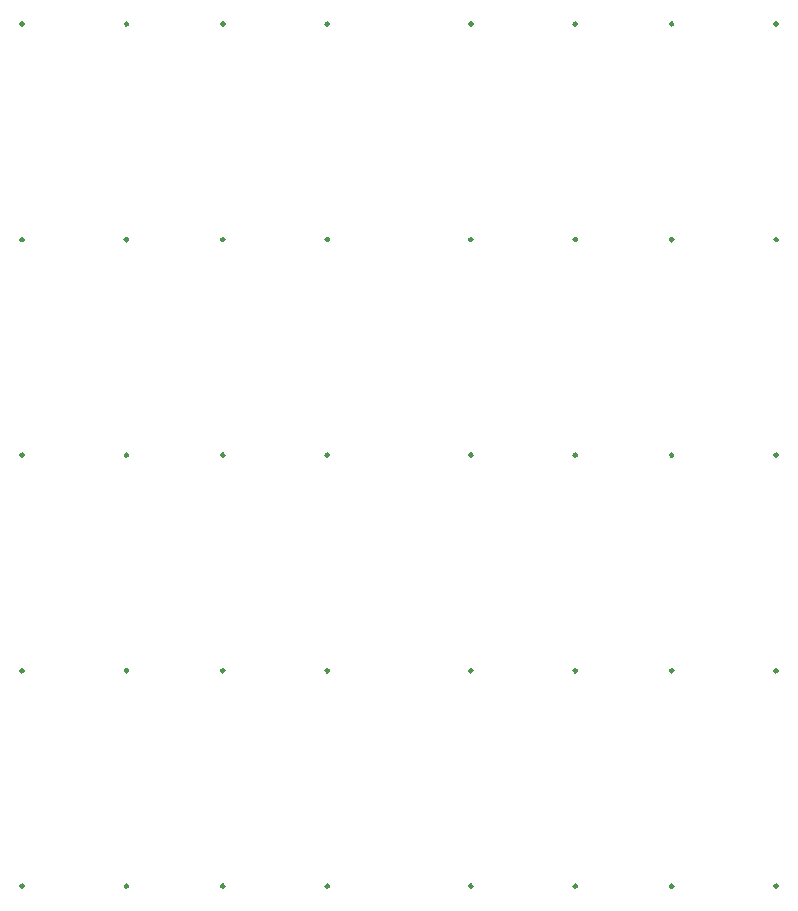
<source format=gbr>
%TF.GenerationSoftware,KiCad,Pcbnew,8.0.5-unknown-202409181836~355805756e~ubuntu22.04.1*%
%TF.CreationDate,2024-10-12T17:37:09+01:00*%
%TF.ProjectId,PANEL5x4_COM_MOD,50414e45-4c35-4783-945f-434f4d5f4d4f,1.0*%
%TF.SameCoordinates,Original*%
%TF.FileFunction,Other,Comment*%
%FSLAX46Y46*%
G04 Gerber Fmt 4.6, Leading zero omitted, Abs format (unit mm)*
G04 Created by KiCad (PCBNEW 8.0.5-unknown-202409181836~355805756e~ubuntu22.04.1) date 2024-10-12 17:37:09*
%MOMM*%
%LPD*%
G01*
G04 APERTURE LIST*
%ADD10C,0.250000*%
G04 APERTURE END LIST*
D10*
%TO.C,FPC1*%
X9210000Y-28750001D02*
G75*
G02*
X8950000Y-28750001I-130000J0D01*
G01*
X8950000Y-28750001D02*
G75*
G02*
X9210000Y-28750001I130000J0D01*
G01*
X47210000Y-10500000D02*
G75*
G02*
X46950000Y-10500000I-130000J0D01*
G01*
X46950000Y-10500000D02*
G75*
G02*
X47210000Y-10500000I130000J0D01*
G01*
X64210000Y-47000002D02*
G75*
G02*
X63950000Y-47000002I-130000J0D01*
G01*
X63950000Y-47000002D02*
G75*
G02*
X64210000Y-47000002I130000J0D01*
G01*
X64210000Y-10500000D02*
G75*
G02*
X63950000Y-10500000I-130000J0D01*
G01*
X63950000Y-10500000D02*
G75*
G02*
X64210000Y-10500000I130000J0D01*
G01*
X9210000Y-65250003D02*
G75*
G02*
X8950000Y-65250003I-130000J0D01*
G01*
X8950000Y-65250003D02*
G75*
G02*
X9210000Y-65250003I130000J0D01*
G01*
X26210000Y-28750001D02*
G75*
G02*
X25950000Y-28750001I-130000J0D01*
G01*
X25950000Y-28750001D02*
G75*
G02*
X26210000Y-28750001I130000J0D01*
G01*
X47210000Y-28750001D02*
G75*
G02*
X46950000Y-28750001I-130000J0D01*
G01*
X46950000Y-28750001D02*
G75*
G02*
X47210000Y-28750001I130000J0D01*
G01*
X9210000Y-83500004D02*
G75*
G02*
X8950000Y-83500004I-130000J0D01*
G01*
X8950000Y-83500004D02*
G75*
G02*
X9210000Y-83500004I130000J0D01*
G01*
X26210000Y-10500000D02*
G75*
G02*
X25950000Y-10500000I-130000J0D01*
G01*
X25950000Y-10500000D02*
G75*
G02*
X26210000Y-10500000I130000J0D01*
G01*
X64210000Y-28750001D02*
G75*
G02*
X63950000Y-28750001I-130000J0D01*
G01*
X63950000Y-28750001D02*
G75*
G02*
X64210000Y-28750001I130000J0D01*
G01*
X9210000Y-10500000D02*
G75*
G02*
X8950000Y-10500000I-130000J0D01*
G01*
X8950000Y-10500000D02*
G75*
G02*
X9210000Y-10500000I130000J0D01*
G01*
X9210000Y-47000002D02*
G75*
G02*
X8950000Y-47000002I-130000J0D01*
G01*
X8950000Y-47000002D02*
G75*
G02*
X9210000Y-47000002I130000J0D01*
G01*
X47210000Y-47000002D02*
G75*
G02*
X46950000Y-47000002I-130000J0D01*
G01*
X46950000Y-47000002D02*
G75*
G02*
X47210000Y-47000002I130000J0D01*
G01*
X26210000Y-47000002D02*
G75*
G02*
X25950000Y-47000002I-130000J0D01*
G01*
X25950000Y-47000002D02*
G75*
G02*
X26210000Y-47000002I130000J0D01*
G01*
X64210000Y-83500004D02*
G75*
G02*
X63950000Y-83500004I-130000J0D01*
G01*
X63950000Y-83500004D02*
G75*
G02*
X64210000Y-83500004I130000J0D01*
G01*
X64210000Y-65250003D02*
G75*
G02*
X63950000Y-65250003I-130000J0D01*
G01*
X63950000Y-65250003D02*
G75*
G02*
X64210000Y-65250003I130000J0D01*
G01*
X47210000Y-65250003D02*
G75*
G02*
X46950000Y-65250003I-130000J0D01*
G01*
X46950000Y-65250003D02*
G75*
G02*
X47210000Y-65250003I130000J0D01*
G01*
X26210000Y-65250003D02*
G75*
G02*
X25950000Y-65250003I-130000J0D01*
G01*
X25950000Y-65250003D02*
G75*
G02*
X26210000Y-65250003I130000J0D01*
G01*
X47210000Y-83500004D02*
G75*
G02*
X46950000Y-83500004I-130000J0D01*
G01*
X46950000Y-83500004D02*
G75*
G02*
X47210000Y-83500004I130000J0D01*
G01*
X26210000Y-83500004D02*
G75*
G02*
X25950000Y-83500004I-130000J0D01*
G01*
X25950000Y-83500004D02*
G75*
G02*
X26210000Y-83500004I130000J0D01*
G01*
%TO.C,FPC2*%
X73050000Y-10500000D02*
G75*
G02*
X72790000Y-10500000I-130000J0D01*
G01*
X72790000Y-10500000D02*
G75*
G02*
X73050000Y-10500000I130000J0D01*
G01*
X18050000Y-47000002D02*
G75*
G02*
X17790000Y-47000002I-130000J0D01*
G01*
X17790000Y-47000002D02*
G75*
G02*
X18050000Y-47000002I130000J0D01*
G01*
X73050000Y-65250003D02*
G75*
G02*
X72790000Y-65250003I-130000J0D01*
G01*
X72790000Y-65250003D02*
G75*
G02*
X73050000Y-65250003I130000J0D01*
G01*
X18050000Y-65250003D02*
G75*
G02*
X17790000Y-65250003I-130000J0D01*
G01*
X17790000Y-65250003D02*
G75*
G02*
X18050000Y-65250003I130000J0D01*
G01*
X73050000Y-28750001D02*
G75*
G02*
X72790000Y-28750001I-130000J0D01*
G01*
X72790000Y-28750001D02*
G75*
G02*
X73050000Y-28750001I130000J0D01*
G01*
X35050000Y-28750001D02*
G75*
G02*
X34790000Y-28750001I-130000J0D01*
G01*
X34790000Y-28750001D02*
G75*
G02*
X35050000Y-28750001I130000J0D01*
G01*
X73050000Y-47000002D02*
G75*
G02*
X72790000Y-47000002I-130000J0D01*
G01*
X72790000Y-47000002D02*
G75*
G02*
X73050000Y-47000002I130000J0D01*
G01*
X18050000Y-10500000D02*
G75*
G02*
X17790000Y-10500000I-130000J0D01*
G01*
X17790000Y-10500000D02*
G75*
G02*
X18050000Y-10500000I130000J0D01*
G01*
X35050000Y-65250003D02*
G75*
G02*
X34790000Y-65250003I-130000J0D01*
G01*
X34790000Y-65250003D02*
G75*
G02*
X35050000Y-65250003I130000J0D01*
G01*
X35050000Y-83500004D02*
G75*
G02*
X34790000Y-83500004I-130000J0D01*
G01*
X34790000Y-83500004D02*
G75*
G02*
X35050000Y-83500004I130000J0D01*
G01*
X56050000Y-47000002D02*
G75*
G02*
X55790000Y-47000002I-130000J0D01*
G01*
X55790000Y-47000002D02*
G75*
G02*
X56050000Y-47000002I130000J0D01*
G01*
X56050000Y-28750001D02*
G75*
G02*
X55790000Y-28750001I-130000J0D01*
G01*
X55790000Y-28750001D02*
G75*
G02*
X56050000Y-28750001I130000J0D01*
G01*
X18050000Y-28750001D02*
G75*
G02*
X17790000Y-28750001I-130000J0D01*
G01*
X17790000Y-28750001D02*
G75*
G02*
X18050000Y-28750001I130000J0D01*
G01*
X35050000Y-10500000D02*
G75*
G02*
X34790000Y-10500000I-130000J0D01*
G01*
X34790000Y-10500000D02*
G75*
G02*
X35050000Y-10500000I130000J0D01*
G01*
X56050000Y-83500004D02*
G75*
G02*
X55790000Y-83500004I-130000J0D01*
G01*
X55790000Y-83500004D02*
G75*
G02*
X56050000Y-83500004I130000J0D01*
G01*
X56050000Y-65250003D02*
G75*
G02*
X55790000Y-65250003I-130000J0D01*
G01*
X55790000Y-65250003D02*
G75*
G02*
X56050000Y-65250003I130000J0D01*
G01*
X56050000Y-10500000D02*
G75*
G02*
X55790000Y-10500000I-130000J0D01*
G01*
X55790000Y-10500000D02*
G75*
G02*
X56050000Y-10500000I130000J0D01*
G01*
X35050000Y-47000002D02*
G75*
G02*
X34790000Y-47000002I-130000J0D01*
G01*
X34790000Y-47000002D02*
G75*
G02*
X35050000Y-47000002I130000J0D01*
G01*
X18050000Y-83500004D02*
G75*
G02*
X17790000Y-83500004I-130000J0D01*
G01*
X17790000Y-83500004D02*
G75*
G02*
X18050000Y-83500004I130000J0D01*
G01*
X73050000Y-83500004D02*
G75*
G02*
X72790000Y-83500004I-130000J0D01*
G01*
X72790000Y-83500004D02*
G75*
G02*
X73050000Y-83500004I130000J0D01*
G01*
%TD*%
M02*

</source>
